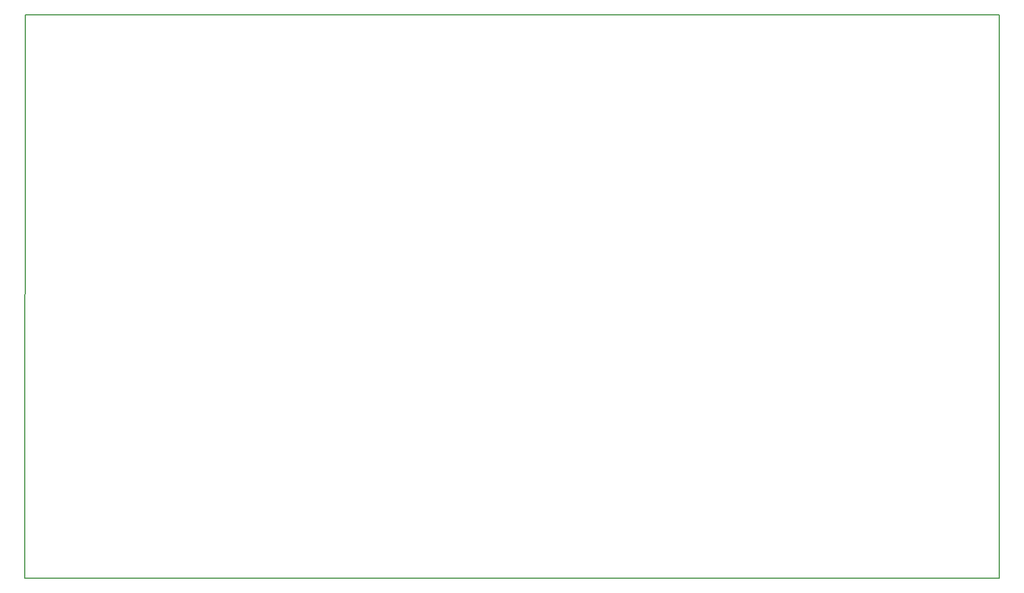
<source format=gbr>
G04 #@! TF.GenerationSoftware,KiCad,Pcbnew,(5.1.4)-1*
G04 #@! TF.CreationDate,2019-11-06T21:27:35+01:00*
G04 #@! TF.ProjectId,HDSEMG,48445345-4d47-42e6-9b69-6361645f7063,rev?*
G04 #@! TF.SameCoordinates,Original*
G04 #@! TF.FileFunction,Profile,NP*
%FSLAX46Y46*%
G04 Gerber Fmt 4.6, Leading zero omitted, Abs format (unit mm)*
G04 Created by KiCad (PCBNEW (5.1.4)-1) date 2019-11-06 21:27:35*
%MOMM*%
%LPD*%
G04 APERTURE LIST*
%ADD10C,0.150000*%
G04 APERTURE END LIST*
D10*
X26000000Y-140000000D02*
X26030000Y-53060000D01*
X176000000Y-140000000D02*
X26000000Y-140000000D01*
X176030000Y-53060000D02*
X176000000Y-140000000D01*
X176030000Y-53060000D02*
X26030000Y-53060000D01*
M02*

</source>
